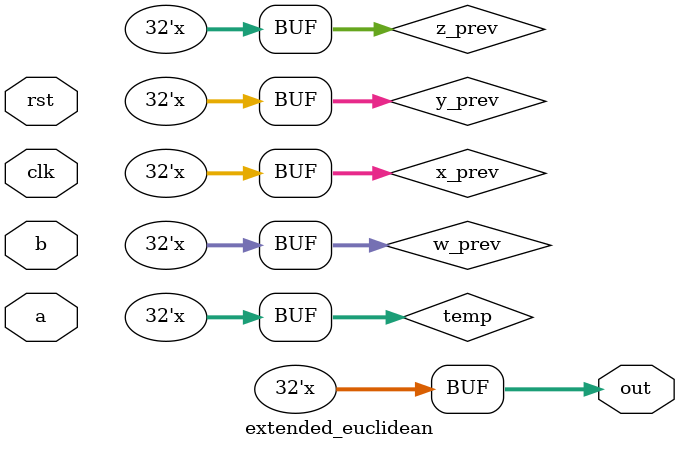
<source format=v>
module extended_euclidean(a, b, out, clk, rst);
	input signed [32:1] a, b;
	input clk, rst;
	output reg signed [32:1] out; 
	
	reg signed [32:1] u, v, w, x, y, z;
	reg [4:1] state, nxtstate;
	reg [32:1] temp, w_prev, x_prev, y_prev, z_prev;
	
	parameter state0 = 4'h0, state1 = 4'h1, state2 = 4'h2, statte3 = 4'h3;
	parameter state4 = 4'h4, state5 = 4'h5, state6 = 4'h6, state7 = 4'h7;
	
	always @ (posedge clk or posedge rst)
	begin
		if(rst)
		begin
			state <= state0;
			u <= a; v <= b;
			w <= 1; x <= 0; y <= 0; z <= 1;
		end
		else
			state = nxtstate;
	end
	
	always @ (*)
	begin
		case (state)
			state0:
				if(u != 0)
					nxtstate = state1;
				else
					nxtstate = state6;
			
			state1:
				begin
					if(u[0] == 1'b0)
						nxtstate = state2;
					else
						nxtstate = statte3;
				end
				
			state2:
				begin
					u = u >>> 1;
					if(w[0] == 1'b0 && x[0] == 1'b0)
					begin
						w_prev = w;
						w = w >>> 1;
						x_prev = x;
						x = x >>> 1;
						if(w_prev == w)
							w = 0;
						else 
							w = w;
						if(x_prev == x)
							x = 0;
						else
							x = x;
					end
					else
					begin
						w_prev = w + b;
						w = (w + b) >>> 1;
						x_prev = x - a;
						x = (x - a) >>> 1;
						if(w_prev == w) 
							w = 0;
						else 
							w = w;
						if(x_prev == x)
							x = 0;
						else
							x = x;
					end
					nxtstate = state1;
				end
				
			statte3:
				begin
					if(v[0] == 1'b0)
						nxtstate = state4;
					else
						nxtstate = state5;
				end
				
			state4:
				begin
					v = v >>> 1;
					if(y[0] == 1'b0 && z[0] == 1'b0)
					begin
						y_prev = y;
						y = y >>> 1;
						z_prev = z;
						z = z >>> 1;
						if(y_prev == y)
							y = 0;
						else 
							y = y;
						if(z_prev == z)
							z = 0;
						else
							z = z;
					end
					else
					begin
						y_prev = y + b;
						y = (y + b) >>> 1;
						z_prev = z - a;
						z = (z - a) >>> 1;
						if(y_prev == y)
							y = 0;
						else
							y = y;
						if(z_prev == z)
							z = 0;
						else
							z = z;
					end
					nxtstate = statte3;
				end
				
			state5:
				begin
					if(u >= v)
					begin
						u = u - v;
						w = w - y;
						x = x - z;
					end
					else
					begin
						v = v - u;
						y = y - w;
						z = z - x;
					end
					nxtstate = state0;
				end
				
			state6:
				begin
					if(y[31] == 1'b1)
					begin
						temp = (b - y) % b;
						out = b - temp;
					end
					else
						out = y % b;
					nxtstate = state7;
					end
					
			state7: ; //do nothing
			
			default: nxtstate = state0;
		endcase
	end
	
endmodule
</source>
